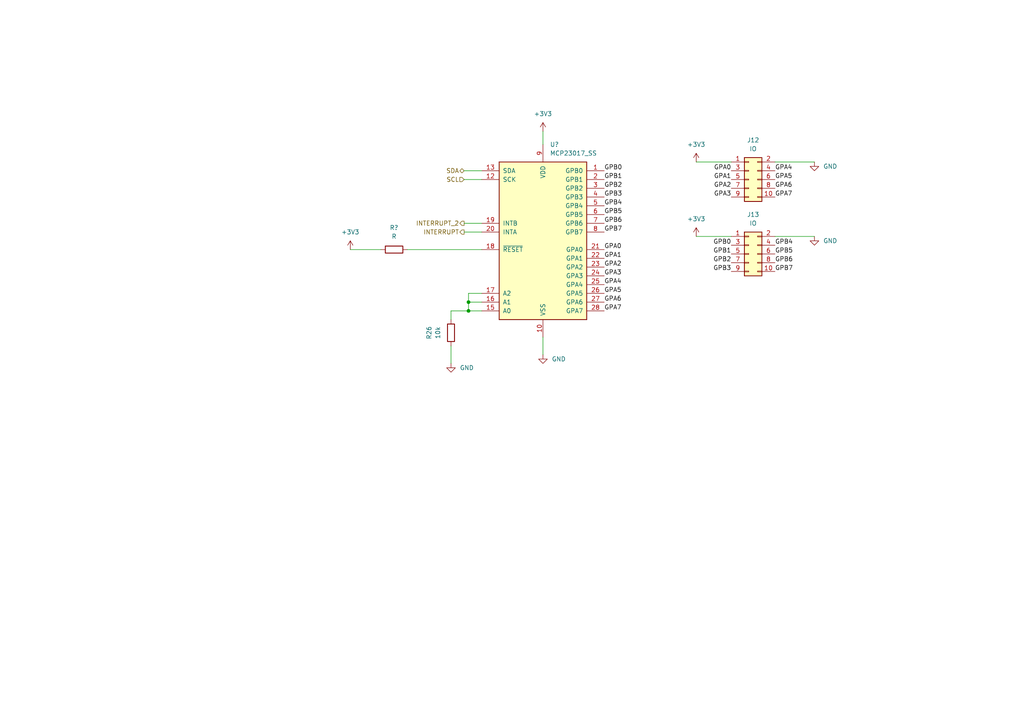
<source format=kicad_sch>
(kicad_sch (version 20211123) (generator eeschema)
  (paper "A4")
  (lib_symbols
    (symbol "Connector_Generic:Conn_02x05_Odd_Even" (pin_names (offset 1.016) hide)
      (property "Reference" "J" (at 1.27 7.62 0))
      (property "Value" "Conn_02x05_Odd_Even" (at 1.27 -7.62 0))
      (symbol "Conn_02x05_Odd_Even_1_1"
        (rectangle (start -1.27 -4.953) (end 0 -5.207) (stroke (width 0.1524)))
        (rectangle (start -1.27 -2.413) (end 0 -2.667) (stroke (width 0.1524)))
        (rectangle (start -1.27 0.127) (end 0 -0.127) (stroke (width 0.1524)))
        (rectangle (start -1.27 2.667) (end 0 2.413) (stroke (width 0.1524)))
        (rectangle (start -1.27 5.207) (end 0 4.953) (stroke (width 0.1524)))
        (rectangle (start -1.27 6.35) (end 3.81 -6.35) (stroke (width 0.254)) (fill (type background)))
        (rectangle (start 3.81 -4.953) (end 2.54 -5.207) (stroke (width 0.1524)))
        (rectangle (start 3.81 -2.413) (end 2.54 -2.667) (stroke (width 0.1524)))
        (rectangle (start 3.81 0.127) (end 2.54 -0.127) (stroke (width 0.1524)))
        (rectangle (start 3.81 2.667) (end 2.54 2.413) (stroke (width 0.1524)))
        (rectangle (start 3.81 5.207) (end 2.54 4.953) (stroke (width 0.1524)))
        (pin passive line (at -5.08 5.08 0) (length 3.81) (name "Pin_1") (number "1"))
        (pin passive line (at 7.62 -5.08 180) (length 3.81) (name "Pin_10") (number "10"))
        (pin passive line (at 7.62 5.08 180) (length 3.81) (name "Pin_2") (number "2"))
        (pin passive line (at -5.08 2.54 0) (length 3.81) (name "Pin_3") (number "3"))
        (pin passive line (at 7.62 2.54 180) (length 3.81) (name "Pin_4") (number "4"))
        (pin passive line (at -5.08 0 0) (length 3.81) (name "Pin_5") (number "5"))
        (pin passive line (at 7.62 0 180) (length 3.81) (name "Pin_6") (number "6"))
        (pin passive line (at -5.08 -2.54 0) (length 3.81) (name "Pin_7") (number "7"))
        (pin passive line (at 7.62 -2.54 180) (length 3.81) (name "Pin_8") (number "8"))
        (pin passive line (at -5.08 -5.08 0) (length 3.81) (name "Pin_9") (number "9"))
      )
    )
    (symbol "Device:R" (pin_numbers hide) (pin_names (offset 0))
      (property "Reference" "R" (at 2.032 0 90))
      (property "Value" "R" (at 0 0 90))
      (symbol "R_0_1"
        (rectangle (start -1.016 -2.54) (end 1.016 2.54) (stroke (width 0.254)))
      )
      (symbol "R_1_1"
        (pin passive line (at 0 3.81 270) (length 1.27) (name "~") (number "1"))
        (pin passive line (at 0 -3.81 90) (length 1.27) (name "~") (number "2"))
      )
    )
    (symbol "Interface_Expansion:MCP23017_SS" (pin_names (offset 1.016))
      (property "Reference" "U" (at -11.43 24.13 0))
      (property "Value" "MCP23017_SS" (at 0 0 0))
      (symbol "MCP23017_SS_0_1"
        (rectangle (start -12.7 22.86) (end 12.7 -22.86) (stroke (width 0.254)) (fill (type background)))
      )
      (symbol "MCP23017_SS_1_1"
        (pin bidirectional line (at 17.78 20.32 180) (length 5.08) (name "GPB0") (number "1"))
        (pin power_in line (at 0 -27.94 90) (length 5.08) (name "VSS") (number "10"))
        (pin no_connect line (at -12.7 15.24 0) (length 5.08) hide (name "NC") (number "11"))
        (pin input line (at -17.78 17.78 0) (length 5.08) (name "SCK") (number "12"))
        (pin bidirectional line (at -17.78 20.32 0) (length 5.08) (name "SDA") (number "13"))
        (pin no_connect line (at -12.7 12.7 0) (length 5.08) hide (name "NC") (number "14"))
        (pin input line (at -17.78 -20.32 0) (length 5.08) (name "A0") (number "15"))
        (pin input line (at -17.78 -17.78 0) (length 5.08) (name "A1") (number "16"))
        (pin input line (at -17.78 -15.24 0) (length 5.08) (name "A2") (number "17"))
        (pin input line (at -17.78 -2.54 0) (length 5.08) (name "~{RESET}") (number "18"))
        (pin tri_state line (at -17.78 5.08 0) (length 5.08) (name "INTB") (number "19"))
        (pin bidirectional line (at 17.78 17.78 180) (length 5.08) (name "GPB1") (number "2"))
        (pin tri_state line (at -17.78 2.54 0) (length 5.08) (name "INTA") (number "20"))
        (pin bidirectional line (at 17.78 -2.54 180) (length 5.08) (name "GPA0") (number "21"))
        (pin bidirectional line (at 17.78 -5.08 180) (length 5.08) (name "GPA1") (number "22"))
        (pin bidirectional line (at 17.78 -7.62 180) (length 5.08) (name "GPA2") (number "23"))
        (pin bidirectional line (at 17.78 -10.16 180) (length 5.08) (name "GPA3") (number "24"))
        (pin bidirectional line (at 17.78 -12.7 180) (length 5.08) (name "GPA4") (number "25"))
        (pin bidirectional line (at 17.78 -15.24 180) (length 5.08) (name "GPA5") (number "26"))
        (pin bidirectional line (at 17.78 -17.78 180) (length 5.08) (name "GPA6") (number "27"))
        (pin bidirectional line (at 17.78 -20.32 180) (length 5.08) (name "GPA7") (number "28"))
        (pin bidirectional line (at 17.78 15.24 180) (length 5.08) (name "GPB2") (number "3"))
        (pin bidirectional line (at 17.78 12.7 180) (length 5.08) (name "GPB3") (number "4"))
        (pin bidirectional line (at 17.78 10.16 180) (length 5.08) (name "GPB4") (number "5"))
        (pin bidirectional line (at 17.78 7.62 180) (length 5.08) (name "GPB5") (number "6"))
        (pin bidirectional line (at 17.78 5.08 180) (length 5.08) (name "GPB6") (number "7"))
        (pin bidirectional line (at 17.78 2.54 180) (length 5.08) (name "GPB7") (number "8"))
        (pin power_in line (at 0 27.94 270) (length 5.08) (name "VDD") (number "9"))
      )
    )
    (symbol "power:+3V3" (power) (pin_names (offset 0))
      (property "Value" "+3V3" (at 0 3.556 0))
      (symbol "+3V3_0_1"
        (polyline (pts (xy -0.762 1.27) (xy 0 2.54)))
        (polyline (pts (xy 0 0) (xy 0 2.54)))
        (polyline (pts (xy 0 2.54) (xy 0.762 1.27)))
      )
      (symbol "+3V3_1_1"
        (pin power_in line (at 0 0 90) (length 0) hide (name "+3V3") (number "1"))
      )
    )
    (symbol "power:GND" (power) (pin_names (offset 0))
      (property "Value" "GND" (at 0 -3.81 0))
      (symbol "GND_0_1"
        (polyline (pts (xy 0 0) (xy 0 -1.27) (xy 1.27 -1.27) (xy 0 -2.54) (xy -1.27 -1.27) (xy 0 -1.27)))
      )
      (symbol "GND_1_1"
        (pin power_in line (at 0 0 270) (length 0) hide (name "GND") (number "1"))
      )
    )
  )
  (junction (at 135.89 87.63))
  (junction (at 135.89 90.17))
  (wire (pts (xy 157.48 38.1) (xy 157.48 41.91)))
  (wire (pts (xy 224.79 68.58) (xy 236.22 68.58)))
  (wire (pts (xy 130.81 90.17) (xy 130.81 92.71)))
  (wire (pts (xy 130.81 100.33) (xy 130.81 105.41)))
  (wire (pts (xy 134.62 64.77) (xy 139.7 64.77)))
  (wire (pts (xy 135.89 90.17) (xy 135.89 87.63)))
  (wire (pts (xy 139.7 87.63) (xy 135.89 87.63)))
  (wire (pts (xy 201.93 68.58) (xy 212.09 68.58)))
  (wire (pts (xy 134.62 67.31) (xy 139.7 67.31)))
  (wire (pts (xy 118.11 72.39) (xy 139.7 72.39)))
  (wire (pts (xy 224.79 46.99) (xy 236.22 46.99)))
  (wire (pts (xy 130.81 90.17) (xy 135.89 90.17)))
  (wire (pts (xy 139.7 90.17) (xy 135.89 90.17)))
  (wire (pts (xy 201.93 46.99) (xy 212.09 46.99)))
  (wire (pts (xy 157.48 102.87) (xy 157.48 97.79)))
  (wire (pts (xy 134.62 52.07) (xy 139.7 52.07)))
  (wire (pts (xy 134.62 49.53) (xy 139.7 49.53)))
  (wire (pts (xy 101.6 72.39) (xy 110.49 72.39)))
  (wire (pts (xy 135.89 87.63) (xy 135.89 85.09)))
  (wire (pts (xy 135.89 85.09) (xy 139.7 85.09)))
  (label "GPA1" (at 212.09 52.07 180))
  (label "GPB7" (at 224.79 78.74 0))
  (label "GPB2" (at 212.09 76.2 180))
  (label "GPA1" (at 175.26 74.93 0))
  (label "GPA3" (at 212.09 57.15 180))
  (label "GPA2" (at 212.09 54.61 180))
  (label "GPA0" (at 212.09 49.53 180))
  (label "GPA4" (at 175.26 82.55 0))
  (label "GPA5" (at 175.26 85.09 0))
  (label "GPA7" (at 175.26 90.17 0))
  (label "GPB6" (at 175.26 64.77 0))
  (label "GPB1" (at 175.26 52.07 0))
  (label "GPA0" (at 175.26 72.39 0))
  (label "GPB4" (at 224.79 71.12 0))
  (label "GPB5" (at 175.26 62.23 0))
  (label "GPB6" (at 224.79 76.2 0))
  (label "GPB3" (at 212.09 78.74 180))
  (label "GPB0" (at 212.09 71.12 180))
  (label "GPB2" (at 175.26 54.61 0))
  (label "GPB7" (at 175.26 67.31 0))
  (label "GPB0" (at 175.26 49.53 0))
  (label "GPA3" (at 175.26 80.01 0))
  (label "GPA2" (at 175.26 77.47 0))
  (label "GPA4" (at 224.79 49.53 0))
  (label "GPB3" (at 175.26 57.15 0))
  (label "GPA7" (at 224.79 57.15 0))
  (label "GPB4" (at 175.26 59.69 0))
  (label "GPB5" (at 224.79 73.66 0))
  (label "GPA6" (at 175.26 87.63 0))
  (label "GPB1" (at 212.09 73.66 180))
  (label "GPA5" (at 224.79 52.07 0))
  (label "GPA6" (at 224.79 54.61 0))
  (hierarchical_label "INTERRUPT" (shape output) (at 134.62 67.31 180))
  (hierarchical_label "SDA" (shape bidirectional) (at 134.62 49.53 180))
  (hierarchical_label "INTERRUPT_2" (shape output) (at 134.62 64.77 180))
  (hierarchical_label "SCL" (shape input) (at 134.62 52.07 180))
  (symbol (lib_id "power:+3V3") (at 201.93 68.58 0) (unit 1)
    (property "Reference" "#PWR055" (effects hide))
    (property "Value" "~" (at 201.93 63.5 0))
  )
  (symbol (lib_id "Interface_Expansion:MCP23017_SS") (at 157.48 69.85 0) (unit 1)
    (property "Reference" "U?" (at 159.4994 41.91 0) (effects (justify left)))
    (property "Value" "MCP23017_SS" (at 159.4994 44.45 0) (effects (justify left)))
    (property "Footprint" "Package_SO:SSOP-28_5.3x10.2mm_P0.65mm" (effects hide))
    (property "Datasheet" "http://ww1.microchip.com/downloads/en/DeviceDoc/20001952C.pdf" (effects hide))
  )
  (symbol (lib_id "power:+3V3") (at 157.48 38.1 0) (unit 1)
    (property "Reference" "#PWR?" (effects hide))
    (property "Value" "+3V3" (at 157.48 33.02 0))
  )
  (symbol (lib_id "power:+3V3") (at 201.93 46.99 0) (unit 1)
    (property "Reference" "#PWR054" (effects hide))
    (property "Value" "~" (at 201.93 41.91 0))
  )
  (symbol (lib_id "power:GND") (at 236.22 46.99 0) (unit 1)
    (property "Reference" "#PWR056" (effects hide))
    (property "Value" "~" (at 238.76 48.2599 0) (effects (justify left)))
  )
  (symbol (lib_id "power:GND") (at 236.22 68.58 0) (unit 1)
    (property "Reference" "#PWR057" (effects hide))
    (property "Value" "~" (at 238.76 69.8499 0) (effects (justify left)))
  )
  (symbol (lib_id "power:+3V3") (at 101.6 72.39 0) (unit 1)
    (property "Reference" "#PWR?" (effects hide))
    (property "Value" "+3V3" (at 101.6 67.31 0))
  )
  (symbol (lib_id "Device:R") (at 114.3 72.39 90) (unit 1)
    (property "Reference" "R?" (at 114.3 66.04 90))
    (property "Value" "R" (at 114.3 68.58 90))
    (property "Footprint" "Resistor_SMD:R_1206_3216Metric" (effects hide))
  )
  (symbol (lib_id "power:GND") (at 130.81 105.41 0) (unit 1)
    (property "Reference" "#PWR051" (effects hide))
    (property "Value" "~" (at 133.35 106.6799 0) (effects (justify left)))
  )
  (symbol (lib_id "Connector_Generic:Conn_02x05_Odd_Even") (at 217.17 52.07 0) (unit 1)
    (property "Reference" "J12" (at 218.44 40.64 0))
    (property "Value" "IO" (at 218.44 43.18 0))
    (property "Footprint" "Connector_PinHeader_2.54mm:PinHeader_2x05_P2.54mm_Vertical_SMD" (effects hide))
  )
  (symbol (lib_id "Device:R") (at 130.81 96.52 180) (unit 1)
    (property "Reference" "R26" (at 124.46 96.52 90))
    (property "Value" "10k" (at 127 96.52 90))
    (property "Footprint" "Resistor_SMD:R_1206_3216Metric" (effects hide))
  )
  (symbol (lib_id "Connector_Generic:Conn_02x05_Odd_Even") (at 217.17 73.66 0) (unit 1)
    (property "Reference" "J13" (at 218.44 62.23 0))
    (property "Value" "IO" (at 218.44 64.77 0))
    (property "Footprint" "Connector_PinHeader_2.54mm:PinHeader_2x05_P2.54mm_Vertical_SMD" (effects hide))
  )
  (symbol (lib_id "power:GND") (at 157.48 102.87 0) (unit 1)
    (property "Reference" "#PWR?" (effects hide))
    (property "Value" "GND" (at 160.02 104.1399 0) (effects (justify left)))
  )
)
</source>
